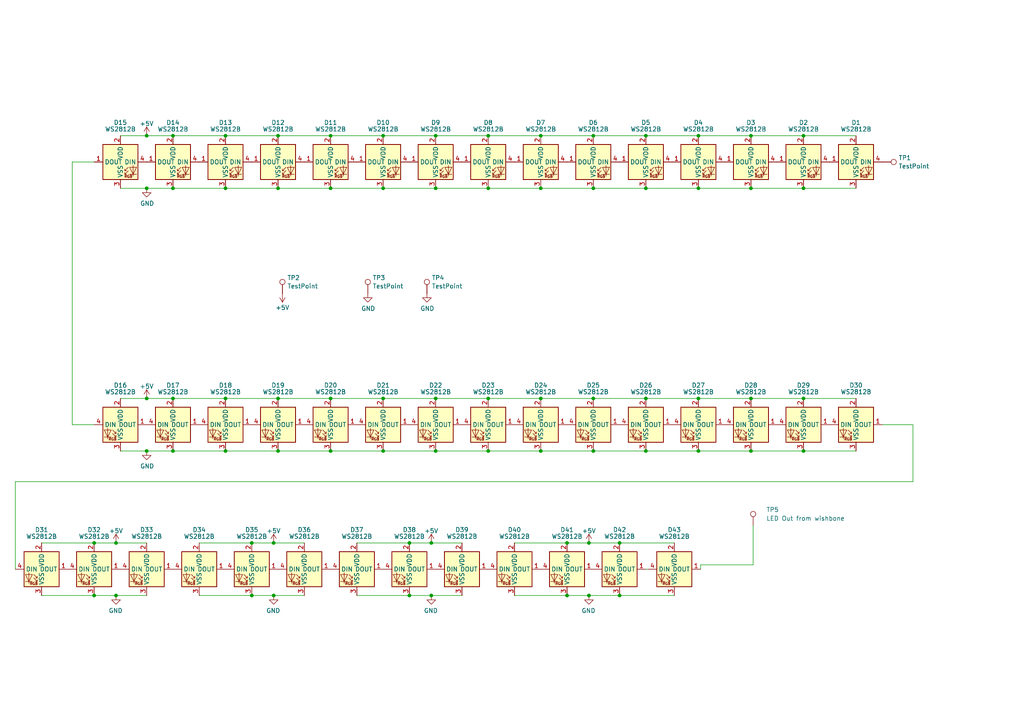
<source format=kicad_sch>
(kicad_sch (version 20231120) (generator "eeschema") (generator_version "8.0")
  (paper "A4")
  (lib_symbols
    (symbol "+5V_1" (power) (pin_numbers hide) (pin_names (offset 0) hide)
      (property "Value" "+5V" (at 0 3.556 0))
      (symbol "+5V_1_1_1"
        (pin power_in line (at 0 0 90) (length 0) (name "~") (number "1"))
      )
    )
    (symbol "Connector:TestPoint" (pin_numbers hide) (pin_names (offset 0.762) hide)
      (property "Reference" "TP" (at 0 6.858 0))
      (property "Value" "TestPoint" (at 0 5.08 0))
      (symbol "TestPoint_1_1"
        (pin passive line (at 0 0 90) (length 2.54) (name "1") (number "1"))
      )
    )
    (symbol "GND_1" (power) (pin_numbers hide) (pin_names (offset 0) hide)
      (property "Value" "GND" (at 0 -3.81 0))
      (symbol "GND_1_1_1"
        (pin power_in line (at 0 0 270) (length 0) (name "~") (number "1"))
      )
    )
    (symbol "xl-1010RGBC_107"
      (property "Reference" "U" (at 0 0 0))
      (symbol "xl-1010RGBC_107_0_0"
        (text "RGB" (at 2.286 -4.191 0) (effects (font (size 0.762 0.762))))
      )
      (symbol "xl-1010RGBC_107_1_1"
        (pin output line (at -7.62 0 0) (length 2.54) (name "DOUT") (number "1"))
        (pin power_in line (at 0 7.62 270) (length 2.54) (name "VDD") (number "2"))
        (pin power_in line (at 0 -7.62 90) (length 2.54) (name "VSS") (number "3"))
        (pin input line (at 7.62 0 180) (length 2.54) (name "DIN") (number "4"))
      )
    )
    (symbol "xl-1010RGBC_108"
      (property "Reference" "U" (at 0 0 0))
      (symbol "xl-1010RGBC_108_0_0"
        (text "RGB" (at 2.286 -4.191 0) (effects (font (size 0.762 0.762))))
      )
      (symbol "xl-1010RGBC_108_1_1"
        (pin output line (at -7.62 0 0) (length 2.54) (name "DOUT") (number "1"))
        (pin power_in line (at 0 7.62 270) (length 2.54) (name "VDD") (number "2"))
        (pin power_in line (at 0 -7.62 90) (length 2.54) (name "VSS") (number "3"))
        (pin input line (at 7.62 0 180) (length 2.54) (name "DIN") (number "4"))
      )
    )
    (symbol "xl-1010RGBC_109"
      (property "Reference" "U" (at 0 0 0))
      (symbol "xl-1010RGBC_109_0_0"
        (text "RGB" (at 2.286 -4.191 0) (effects (font (size 0.762 0.762))))
      )
      (symbol "xl-1010RGBC_109_1_1"
        (pin output line (at -7.62 0 0) (length 2.54) (name "DOUT") (number "1"))
        (pin power_in line (at 0 7.62 270) (length 2.54) (name "VDD") (number "2"))
        (pin power_in line (at 0 -7.62 90) (length 2.54) (name "VSS") (number "3"))
        (pin input line (at 7.62 0 180) (length 2.54) (name "DIN") (number "4"))
      )
    )
    (symbol "xl-1010RGBC_110"
      (property "Reference" "U" (at 0 0 0))
      (symbol "xl-1010RGBC_110_0_0"
        (text "RGB" (at 2.286 -4.191 0) (effects (font (size 0.762 0.762))))
      )
      (symbol "xl-1010RGBC_110_1_1"
        (pin output line (at -7.62 0 0) (length 2.54) (name "DOUT") (number "1"))
        (pin power_in line (at 0 7.62 270) (length 2.54) (name "VDD") (number "2"))
        (pin power_in line (at 0 -7.62 90) (length 2.54) (name "VSS") (number "3"))
        (pin input line (at 7.62 0 180) (length 2.54) (name "DIN") (number "4"))
      )
    )
    (symbol "xl-1010RGBC_111"
      (property "Reference" "U" (at 0 0 0))
      (symbol "xl-1010RGBC_111_0_0"
        (text "RGB" (at 2.286 -4.191 0) (effects (font (size 0.762 0.762))))
      )
      (symbol "xl-1010RGBC_111_1_1"
        (pin output line (at -7.62 0 0) (length 2.54) (name "DOUT") (number "1"))
        (pin power_in line (at 0 7.62 270) (length 2.54) (name "VDD") (number "2"))
        (pin power_in line (at 0 -7.62 90) (length 2.54) (name "VSS") (number "3"))
        (pin input line (at 7.62 0 180) (length 2.54) (name "DIN") (number "4"))
      )
    )
    (symbol "xl-1010RGBC_112"
      (property "Reference" "U" (at 0 0 0))
      (symbol "xl-1010RGBC_112_0_0"
        (text "RGB" (at 2.286 -4.191 0) (effects (font (size 0.762 0.762))))
      )
      (symbol "xl-1010RGBC_112_1_1"
        (pin output line (at -7.62 0 0) (length 2.54) (name "DOUT") (number "1"))
        (pin power_in line (at 0 7.62 270) (length 2.54) (name "VDD") (number "2"))
        (pin power_in line (at 0 -7.62 90) (length 2.54) (name "VSS") (number "3"))
        (pin input line (at 7.62 0 180) (length 2.54) (name "DIN") (number "4"))
      )
    )
    (symbol "xl-1010RGBC_113"
      (property "Reference" "U" (at 0 0 0))
      (symbol "xl-1010RGBC_113_0_0"
        (text "RGB" (at 2.286 -4.191 0) (effects (font (size 0.762 0.762))))
      )
      (symbol "xl-1010RGBC_113_1_1"
        (pin output line (at -7.62 0 0) (length 2.54) (name "DOUT") (number "1"))
        (pin power_in line (at 0 7.62 270) (length 2.54) (name "VDD") (number "2"))
        (pin power_in line (at 0 -7.62 90) (length 2.54) (name "VSS") (number "3"))
        (pin input line (at 7.62 0 180) (length 2.54) (name "DIN") (number "4"))
      )
    )
    (symbol "xl-1010RGBC_114"
      (property "Reference" "U" (at 0 0 0))
      (symbol "xl-1010RGBC_114_0_0"
        (text "RGB" (at 2.286 -4.191 0) (effects (font (size 0.762 0.762))))
      )
      (symbol "xl-1010RGBC_114_1_1"
        (pin output line (at -7.62 0 0) (length 2.54) (name "DOUT") (number "1"))
        (pin power_in line (at 0 7.62 270) (length 2.54) (name "VDD") (number "2"))
        (pin power_in line (at 0 -7.62 90) (length 2.54) (name "VSS") (number "3"))
        (pin input line (at 7.62 0 180) (length 2.54) (name "DIN") (number "4"))
      )
    )
    (symbol "xl-1010RGBC_165"
      (property "Reference" "U" (at 0 0 0))
      (symbol "xl-1010RGBC_165_0_0"
        (text "RGB" (at 2.286 -4.191 0) (effects (font (size 0.762 0.762))))
      )
      (symbol "xl-1010RGBC_165_1_1"
        (pin output line (at -7.62 0 0) (length 2.54) (name "DOUT") (number "1"))
        (pin power_in line (at 0 7.62 270) (length 2.54) (name "VDD") (number "2"))
        (pin power_in line (at 0 -7.62 90) (length 2.54) (name "VSS") (number "3"))
        (pin input line (at 7.62 0 180) (length 2.54) (name "DIN") (number "4"))
      )
    )
    (symbol "xl-1010RGBC_169"
      (property "Reference" "U" (at 0 0 0))
      (symbol "xl-1010RGBC_169_0_0"
        (text "RGB" (at 2.286 -4.191 0) (effects (font (size 0.762 0.762))))
      )
      (symbol "xl-1010RGBC_169_1_1"
        (pin output line (at -7.62 0 0) (length 2.54) (name "DOUT") (number "1"))
        (pin power_in line (at 0 7.62 270) (length 2.54) (name "VDD") (number "2"))
        (pin power_in line (at 0 -7.62 90) (length 2.54) (name "VSS") (number "3"))
        (pin input line (at 7.62 0 180) (length 2.54) (name "DIN") (number "4"))
      )
    )
    (symbol "xl-1010RGBC_183"
      (property "Reference" "U" (at 0 0 0))
      (symbol "xl-1010RGBC_183_0_0"
        (text "RGB" (at 2.286 -4.191 0) (effects (font (size 0.762 0.762))))
      )
      (symbol "xl-1010RGBC_183_1_1"
        (pin output line (at -7.62 0 0) (length 2.54) (name "DOUT") (number "1"))
        (pin power_in line (at 0 7.62 270) (length 2.54) (name "VDD") (number "2"))
        (pin power_in line (at 0 -7.62 90) (length 2.54) (name "VSS") (number "3"))
        (pin input line (at 7.62 0 180) (length 2.54) (name "DIN") (number "4"))
      )
    )
    (symbol "xl-1010RGBC_226"
      (property "Reference" "U" (at 0 0 0))
      (symbol "xl-1010RGBC_226_0_0"
        (text "RGB" (at 2.286 -4.191 0) (effects (font (size 0.762 0.762))))
      )
      (symbol "xl-1010RGBC_226_1_1"
        (pin output line (at -7.62 0 0) (length 2.54) (name "DOUT") (number "1"))
        (pin power_in line (at 0 7.62 270) (length 2.54) (name "VDD") (number "2"))
        (pin power_in line (at 0 -7.62 90) (length 2.54) (name "VSS") (number "3"))
        (pin input line (at 7.62 0 180) (length 2.54) (name "DIN") (number "4"))
      )
    )
    (symbol "xl-1010RGBC_243"
      (property "Reference" "U" (at 0 0 0))
      (symbol "xl-1010RGBC_243_0_0"
        (text "RGB" (at 2.286 -4.191 0) (effects (font (size 0.762 0.762))))
      )
      (symbol "xl-1010RGBC_243_1_1"
        (pin output line (at -7.62 0 0) (length 2.54) (name "DOUT") (number "1"))
        (pin power_in line (at 0 7.62 270) (length 2.54) (name "VDD") (number "2"))
        (pin power_in line (at 0 -7.62 90) (length 2.54) (name "VSS") (number "3"))
        (pin input line (at 7.62 0 180) (length 2.54) (name "DIN") (number "4"))
      )
    )
    (symbol "xl-1010RGBC_295"
      (property "Reference" "U" (at 0 0 0))
      (symbol "xl-1010RGBC_295_0_0"
        (text "RGB" (at 2.286 -4.191 0) (effects (font (size 0.762 0.762))))
      )
      (symbol "xl-1010RGBC_295_1_1"
        (pin output line (at -7.62 0 0) (length 2.54) (name "DOUT") (number "1"))
        (pin power_in line (at 0 7.62 270) (length 2.54) (name "VDD") (number "2"))
        (pin power_in line (at 0 -7.62 90) (length 2.54) (name "VSS") (number "3"))
        (pin input line (at 7.62 0 180) (length 2.54) (name "DIN") (number "4"))
      )
    )
    (symbol "xl-1010RGBC_296"
      (property "Reference" "U" (at 0 0 0))
      (symbol "xl-1010RGBC_296_0_0"
        (text "RGB" (at 2.286 -4.191 0) (effects (font (size 0.762 0.762))))
      )
      (symbol "xl-1010RGBC_296_1_1"
        (pin output line (at -7.62 0 0) (length 2.54) (name "DOUT") (number "1"))
        (pin power_in line (at 0 7.62 270) (length 2.54) (name "VDD") (number "2"))
        (pin power_in line (at 0 -7.62 90) (length 2.54) (name "VSS") (number "3"))
        (pin input line (at 7.62 0 180) (length 2.54) (name "DIN") (number "4"))
      )
    )
    (symbol "xl-1010RGBC_306"
      (property "Reference" "U" (at 0 0 0))
      (symbol "xl-1010RGBC_306_0_0"
        (text "RGB" (at 2.286 -4.191 0) (effects (font (size 0.762 0.762))))
      )
      (symbol "xl-1010RGBC_306_1_1"
        (pin output line (at -7.62 0 0) (length 2.54) (name "DOUT") (number "1"))
        (pin power_in line (at 0 7.62 270) (length 2.54) (name "VDD") (number "2"))
        (pin power_in line (at 0 -7.62 90) (length 2.54) (name "VSS") (number "3"))
        (pin input line (at 7.62 0 180) (length 2.54) (name "DIN") (number "4"))
      )
    )
    (symbol "xl-1010RGBC_311"
      (property "Reference" "U" (at 0 0 0))
      (symbol "xl-1010RGBC_311_0_0"
        (text "RGB" (at 2.286 -4.191 0) (effects (font (size 0.762 0.762))))
      )
      (symbol "xl-1010RGBC_311_1_1"
        (pin output line (at -7.62 0 0) (length 2.54) (name "DOUT") (number "1"))
        (pin power_in line (at 0 7.62 270) (length 2.54) (name "VDD") (number "2"))
        (pin power_in line (at 0 -7.62 90) (length 2.54) (name "VSS") (number "3"))
        (pin input line (at 7.62 0 180) (length 2.54) (name "DIN") (number "4"))
      )
    )
    (symbol "xl-1010RGBC_317"
      (property "Reference" "U" (at 0 0 0))
      (symbol "xl-1010RGBC_317_0_0"
        (text "RGB" (at 2.286 -4.191 0) (effects (font (size 0.762 0.762))))
      )
      (symbol "xl-1010RGBC_317_1_1"
        (pin output line (at -7.62 0 0) (length 2.54) (name "DOUT") (number "1"))
        (pin power_in line (at 0 7.62 270) (length 2.54) (name "VDD") (number "2"))
        (pin power_in line (at 0 -7.62 90) (length 2.54) (name "VSS") (number "3"))
        (pin input line (at 7.62 0 180) (length 2.54) (name "DIN") (number "4"))
      )
    )
    (symbol "xl-1010RGBC_318"
      (property "Reference" "U" (at 0 0 0))
      (symbol "xl-1010RGBC_318_0_0"
        (text "RGB" (at 2.286 -4.191 0) (effects (font (size 0.762 0.762))))
      )
      (symbol "xl-1010RGBC_318_1_1"
        (pin output line (at -7.62 0 0) (length 2.54) (name "DOUT") (number "1"))
        (pin power_in line (at 0 7.62 270) (length 2.54) (name "VDD") (number "2"))
        (pin power_in line (at 0 -7.62 90) (length 2.54) (name "VSS") (number "3"))
        (pin input line (at 7.62 0 180) (length 2.54) (name "DIN") (number "4"))
      )
    )
    (symbol "xl-1010RGBC_323"
      (property "Reference" "U" (at 0 0 0))
      (symbol "xl-1010RGBC_323_0_0"
        (text "RGB" (at 2.286 -4.191 0) (effects (font (size 0.762 0.762))))
      )
      (symbol "xl-1010RGBC_323_1_1"
        (pin output line (at -7.62 0 0) (length 2.54) (name "DOUT") (number "1"))
        (pin power_in line (at 0 7.62 270) (length 2.54) (name "VDD") (number "2"))
        (pin power_in line (at 0 -7.62 90) (length 2.54) (name "VSS") (number "3"))
        (pin input line (at 7.62 0 180) (length 2.54) (name "DIN") (number "4"))
      )
    )
    (symbol "xl-1010RGBC_324"
      (property "Reference" "U" (at 0 0 0))
      (symbol "xl-1010RGBC_324_0_0"
        (text "RGB" (at 2.286 -4.191 0) (effects (font (size 0.762 0.762))))
      )
      (symbol "xl-1010RGBC_324_1_1"
        (pin output line (at -7.62 0 0) (length 2.54) (name "DOUT") (number "1"))
        (pin power_in line (at 0 7.62 270) (length 2.54) (name "VDD") (number "2"))
        (pin power_in line (at 0 -7.62 90) (length 2.54) (name "VSS") (number "3"))
        (pin input line (at 7.62 0 180) (length 2.54) (name "DIN") (number "4"))
      )
    )
    (symbol "xl-1010RGBC_349"
      (property "Reference" "U" (at 0 0 0))
      (symbol "xl-1010RGBC_349_0_0"
        (text "RGB" (at 2.286 -4.191 0) (effects (font (size 0.762 0.762))))
      )
      (symbol "xl-1010RGBC_349_1_1"
        (pin output line (at -7.62 0 0) (length 2.54) (name "DOUT") (number "1"))
        (pin power_in line (at 0 7.62 270) (length 2.54) (name "VDD") (number "2"))
        (pin power_in line (at 0 -7.62 90) (length 2.54) (name "VSS") (number "3"))
        (pin input line (at 7.62 0 180) (length 2.54) (name "DIN") (number "4"))
      )
    )
    (symbol "xl-1010RGBC_390"
      (property "Reference" "U" (at 0 0 0))
      (symbol "xl-1010RGBC_390_0_0"
        (text "RGB" (at 2.286 -4.191 0) (effects (font (size 0.762 0.762))))
      )
      (symbol "xl-1010RGBC_390_1_1"
        (pin output line (at -7.62 0 0) (length 2.54) (name "DOUT") (number "1"))
        (pin power_in line (at 0 7.62 270) (length 2.54) (name "VDD") (number "2"))
        (pin power_in line (at 0 -7.62 90) (length 2.54) (name "VSS") (number "3"))
        (pin input line (at 7.62 0 180) (length 2.54) (name "DIN") (number "4"))
      )
    )
    (symbol "xl-1010RGBC_395"
      (property "Reference" "U" (at 0 0 0))
      (symbol "xl-1010RGBC_395_0_0"
        (text "RGB" (at 2.286 -4.191 0) (effects (font (size 0.762 0.762))))
      )
      (symbol "xl-1010RGBC_395_1_1"
        (pin output line (at -7.62 0 0) (length 2.54) (name "DOUT") (number "1"))
        (pin power_in line (at 0 7.62 270) (length 2.54) (name "VDD") (number "2"))
        (pin power_in line (at 0 -7.62 90) (length 2.54) (name "VSS") (number "3"))
        (pin input line (at 7.62 0 180) (length 2.54) (name "DIN") (number "4"))
      )
    )
    (symbol "xl-1010RGBC_403"
      (property "Reference" "U" (at 0 0 0))
      (symbol "xl-1010RGBC_403_0_0"
        (text "RGB" (at 2.286 -4.191 0) (effects (font (size 0.762 0.762))))
      )
      (symbol "xl-1010RGBC_403_1_1"
        (pin output line (at -7.62 0 0) (length 2.54) (name "DOUT") (number "1"))
        (pin power_in line (at 0 7.62 270) (length 2.54) (name "VDD") (number "2"))
        (pin power_in line (at 0 -7.62 90) (length 2.54) (name "VSS") (number "3"))
        (pin input line (at 7.62 0 180) (length 2.54) (name "DIN") (number "4"))
      )
    )
    (symbol "xl-1010RGBC_426"
      (property "Reference" "U" (at 0 0 0))
      (symbol "xl-1010RGBC_426_0_0"
        (text "RGB" (at 2.286 -4.191 0) (effects (font (size 0.762 0.762))))
      )
      (symbol "xl-1010RGBC_426_1_1"
        (pin output line (at -7.62 0 0) (length 2.54) (name "DOUT") (number "1"))
        (pin power_in line (at 0 7.62 270) (length 2.54) (name "VDD") (number "2"))
        (pin power_in line (at 0 -7.62 90) (length 2.54) (name "VSS") (number "3"))
        (pin input line (at 7.62 0 180) (length 2.54) (name "DIN") (number "4"))
      )
    )
    (symbol "xl-1010RGBC_427"
      (property "Reference" "U" (at 0 0 0))
      (symbol "xl-1010RGBC_427_0_0"
        (text "RGB" (at 2.286 -4.191 0) (effects (font (size 0.762 0.762))))
      )
      (symbol "xl-1010RGBC_427_1_1"
        (pin output line (at -7.62 0 0) (length 2.54) (name "DOUT") (number "1"))
        (pin power_in line (at 0 7.62 270) (length 2.54) (name "VDD") (number "2"))
        (pin power_in line (at 0 -7.62 90) (length 2.54) (name "VSS") (number "3"))
        (pin input line (at 7.62 0 180) (length 2.54) (name "DIN") (number "4"))
      )
    )
    (symbol "xl-1010RGBC_428"
      (property "Reference" "U" (at 0 0 0))
      (symbol "xl-1010RGBC_428_0_0"
        (text "RGB" (at 2.286 -4.191 0) (effects (font (size 0.762 0.762))))
      )
      (symbol "xl-1010RGBC_428_1_1"
        (pin output line (at -7.62 0 0) (length 2.54) (name "DOUT") (number "1"))
        (pin power_in line (at 0 7.62 270) (length 2.54) (name "VDD") (number "2"))
        (pin power_in line (at 0 -7.62 90) (length 2.54) (name "VSS") (number "3"))
        (pin input line (at 7.62 0 180) (length 2.54) (name "DIN") (number "4"))
      )
    )
    (symbol "xl-1010RGBC_429"
      (property "Reference" "U" (at 0 0 0))
      (symbol "xl-1010RGBC_429_0_0"
        (text "RGB" (at 2.286 -4.191 0) (effects (font (size 0.762 0.762))))
      )
      (symbol "xl-1010RGBC_429_1_1"
        (pin output line (at -7.62 0 0) (length 2.54) (name "DOUT") (number "1"))
        (pin power_in line (at 0 7.62 270) (length 2.54) (name "VDD") (number "2"))
        (pin power_in line (at 0 -7.62 90) (length 2.54) (name "VSS") (number "3"))
        (pin input line (at 7.62 0 180) (length 2.54) (name "DIN") (number "4"))
      )
    )
    (symbol "xl-1010RGBC_430"
      (property "Reference" "U" (at 0 0 0))
      (symbol "xl-1010RGBC_430_0_0"
        (text "RGB" (at 2.286 -4.191 0) (effects (font (size 0.762 0.762))))
      )
      (symbol "xl-1010RGBC_430_1_1"
        (pin output line (at -7.62 0 0) (length 2.54) (name "DOUT") (number "1"))
        (pin power_in line (at 0 7.62 270) (length 2.54) (name "VDD") (number "2"))
        (pin power_in line (at 0 -7.62 90) (length 2.54) (name "VSS") (number "3"))
        (pin input line (at 7.62 0 180) (length 2.54) (name "DIN") (number "4"))
      )
    )
    (symbol "xl-1010RGBC_431"
      (property "Reference" "U" (at 0 0 0))
      (symbol "xl-1010RGBC_431_0_0"
        (text "RGB" (at 2.286 -4.191 0) (effects (font (size 0.762 0.762))))
      )
      (symbol "xl-1010RGBC_431_1_1"
        (pin output line (at -7.62 0 0) (length 2.54) (name "DOUT") (number "1"))
        (pin power_in line (at 0 7.62 270) (length 2.54) (name "VDD") (number "2"))
        (pin power_in line (at 0 -7.62 90) (length 2.54) (name "VSS") (number "3"))
        (pin input line (at 7.62 0 180) (length 2.54) (name "DIN") (number "4"))
      )
    )
    (symbol "xl-1010RGBC_432"
      (property "Reference" "U" (at 0 0 0))
      (symbol "xl-1010RGBC_432_0_0"
        (text "RGB" (at 2.286 -4.191 0) (effects (font (size 0.762 0.762))))
      )
      (symbol "xl-1010RGBC_432_1_1"
        (pin output line (at -7.62 0 0) (length 2.54) (name "DOUT") (number "1"))
        (pin power_in line (at 0 7.62 270) (length 2.54) (name "VDD") (number "2"))
        (pin power_in line (at 0 -7.62 90) (length 2.54) (name "VSS") (number "3"))
        (pin input line (at 7.62 0 180) (length 2.54) (name "DIN") (number "4"))
      )
    )
    (symbol "xl-1010RGBC_433"
      (property "Reference" "U" (at 0 0 0))
      (symbol "xl-1010RGBC_433_0_0"
        (text "RGB" (at 2.286 -4.191 0) (effects (font (size 0.762 0.762))))
      )
      (symbol "xl-1010RGBC_433_1_1"
        (pin output line (at -7.62 0 0) (length 2.54) (name "DOUT") (number "1"))
        (pin power_in line (at 0 7.62 270) (length 2.54) (name "VDD") (number "2"))
        (pin power_in line (at 0 -7.62 90) (length 2.54) (name "VSS") (number "3"))
        (pin input line (at 7.62 0 180) (length 2.54) (name "DIN") (number "4"))
      )
    )
  )
  (junction (at 80.645 39.37))
  (junction (at 141.605 115.57))
  (junction (at 172.085 39.37))
  (junction (at 156.845 54.61))
  (junction (at 95.885 39.37))
  (junction (at 126.365 130.81))
  (junction (at 164.465 157.48))
  (junction (at 125.095 172.72))
  (junction (at 111.125 115.57))
  (junction (at 65.405 54.61))
  (junction (at 27.305 157.48))
  (junction (at 118.745 172.72))
  (junction (at 202.565 39.37))
  (junction (at 42.545 39.37))
  (junction (at 65.405 130.81))
  (junction (at 80.645 54.61))
  (junction (at 202.565 115.57))
  (junction (at 95.885 130.81))
  (junction (at 141.605 130.81))
  (junction (at 65.405 115.57))
  (junction (at 42.545 115.57))
  (junction (at 73.025 172.72))
  (junction (at 141.605 39.37))
  (junction (at 33.655 157.48))
  (junction (at 80.645 130.81))
  (junction (at 156.845 130.81))
  (junction (at 125.095 157.48))
  (junction (at 50.165 39.37))
  (junction (at 179.705 172.72))
  (junction (at 80.645 115.57))
  (junction (at 187.325 130.81))
  (junction (at 79.375 172.72))
  (junction (at 187.325 39.37))
  (junction (at 42.545 130.81))
  (junction (at 172.085 54.61))
  (junction (at 65.405 39.37))
  (junction (at 27.305 172.72))
  (junction (at 95.885 115.57))
  (junction (at 202.565 130.81))
  (junction (at 170.815 172.72))
  (junction (at 217.805 39.37))
  (junction (at 217.805 54.61))
  (junction (at 187.325 54.61))
  (junction (at 50.165 54.61))
  (junction (at 111.125 54.61))
  (junction (at 233.045 54.61))
  (junction (at 179.705 157.48))
  (junction (at 73.025 157.48))
  (junction (at 170.815 157.48))
  (junction (at 233.045 39.37))
  (junction (at 233.045 130.81))
  (junction (at 50.165 115.57))
  (junction (at 217.805 130.81))
  (junction (at 50.165 130.81))
  (junction (at 111.125 130.81))
  (junction (at 172.085 130.81))
  (junction (at 42.545 54.61))
  (junction (at 187.325 115.57))
  (junction (at 156.845 115.57))
  (junction (at 202.565 54.61))
  (junction (at 164.465 172.72))
  (junction (at 126.365 39.37))
  (junction (at 156.845 39.37))
  (junction (at 126.365 115.57))
  (junction (at 118.745 157.48))
  (junction (at 217.805 115.57))
  (junction (at 141.605 54.61))
  (junction (at 126.365 54.61))
  (junction (at 95.885 54.61))
  (junction (at 111.125 39.37))
  (junction (at 233.045 115.57))
  (junction (at 79.375 157.48))
  (junction (at 33.655 172.72))
  (junction (at 172.085 115.57))
  (wire (pts (xy 111.125 39.37) (xy 126.365 39.37)))
  (wire (pts (xy 264.795 123.19) (xy 264.795 139.7)))
  (wire (pts (xy 50.165 115.57) (xy 65.405 115.57)))
  (wire (pts (xy 80.645 54.61) (xy 95.885 54.61)))
  (wire (pts (xy 202.565 115.57) (xy 217.805 115.57)))
  (wire (pts (xy 65.405 39.37) (xy 80.645 39.37)))
  (wire (pts (xy 27.305 172.72) (xy 12.065 172.72)))
  (wire (pts (xy 34.925 115.57) (xy 42.545 115.57)))
  (wire (pts (xy 88.265 172.72) (xy 79.375 172.72)))
  (wire (pts (xy 33.655 157.48) (xy 27.305 157.48)))
  (wire (pts (xy 141.605 130.81) (xy 156.845 130.81)))
  (wire (pts (xy 4.445 139.7) (xy 4.445 165.1)))
  (wire (pts (xy 170.815 172.72) (xy 164.465 172.72)))
  (wire (pts (xy 233.045 130.81) (xy 248.285 130.81)))
  (wire (pts (xy 27.305 46.99) (xy 20.955 46.99)))
  (wire (pts (xy 95.885 39.37) (xy 111.125 39.37)))
  (wire (pts (xy 33.655 172.72) (xy 27.305 172.72)))
  (wire (pts (xy 179.705 172.085) (xy 179.705 172.72)))
  (wire (pts (xy 79.375 157.48) (xy 73.025 157.48)))
  (wire (pts (xy 80.645 115.57) (xy 95.885 115.57)))
  (wire (pts (xy 218.44 163.83) (xy 203.2 163.83)))
  (wire (pts (xy 80.645 39.37) (xy 95.885 39.37)))
  (wire (pts (xy 164.465 172.72) (xy 149.225 172.72)))
  (wire (pts (xy 217.805 39.37) (xy 233.045 39.37)))
  (wire (pts (xy 126.365 54.61) (xy 141.605 54.61)))
  (wire (pts (xy 187.325 130.81) (xy 202.565 130.81)))
  (wire (pts (xy 73.025 172.72) (xy 57.785 172.72)))
  (wire (pts (xy 218.44 152.4) (xy 218.44 163.83)))
  (wire (pts (xy 217.805 54.61) (xy 233.045 54.61)))
  (wire (pts (xy 42.545 54.61) (xy 50.165 54.61)))
  (wire (pts (xy 79.375 172.72) (xy 73.025 172.72)))
  (wire (pts (xy 65.405 115.57) (xy 80.645 115.57)))
  (wire (pts (xy 233.045 39.37) (xy 248.285 39.37)))
  (wire (pts (xy 179.705 157.48) (xy 170.815 157.48)))
  (wire (pts (xy 156.845 39.37) (xy 172.085 39.37)))
  (wire (pts (xy 202.565 39.37) (xy 217.805 39.37)))
  (wire (pts (xy 27.305 157.48) (xy 12.065 157.48)))
  (wire (pts (xy 125.095 157.48) (xy 118.745 157.48)))
  (wire (pts (xy 34.925 130.81) (xy 42.545 130.81)))
  (wire (pts (xy 20.955 123.19) (xy 27.305 123.19)))
  (wire (pts (xy 172.085 130.81) (xy 187.325 130.81)))
  (wire (pts (xy 42.545 130.81) (xy 50.165 130.81)))
  (wire (pts (xy 125.095 172.72) (xy 118.745 172.72)))
  (wire (pts (xy 170.815 157.48) (xy 164.465 157.48)))
  (wire (pts (xy 164.465 157.48) (xy 149.225 157.48)))
  (wire (pts (xy 111.125 130.81) (xy 126.365 130.81)))
  (wire (pts (xy 34.925 54.61) (xy 42.545 54.61)))
  (wire (pts (xy 65.405 54.61) (xy 80.645 54.61)))
  (wire (pts (xy 118.745 157.48) (xy 103.505 157.48)))
  (wire (pts (xy 187.325 165.1) (xy 187.96 165.1)))
  (wire (pts (xy 172.085 39.37) (xy 187.325 39.37)))
  (wire (pts (xy 233.045 54.61) (xy 248.285 54.61)))
  (wire (pts (xy 255.905 123.19) (xy 264.795 123.19)))
  (wire (pts (xy 217.805 130.81) (xy 233.045 130.81)))
  (wire (pts (xy 126.365 115.57) (xy 141.605 115.57)))
  (wire (pts (xy 42.545 157.48) (xy 33.655 157.48)))
  (wire (pts (xy 195.58 172.72) (xy 179.705 172.72)))
  (wire (pts (xy 141.605 54.61) (xy 156.845 54.61)))
  (wire (pts (xy 126.365 39.37) (xy 141.605 39.37)))
  (wire (pts (xy 34.925 39.37) (xy 42.545 39.37)))
  (wire (pts (xy 4.445 139.7) (xy 264.795 139.7)))
  (wire (pts (xy 156.845 115.57) (xy 172.085 115.57)))
  (wire (pts (xy 133.985 172.72) (xy 125.095 172.72)))
  (wire (pts (xy 73.025 157.48) (xy 57.785 157.48)))
  (wire (pts (xy 50.165 39.37) (xy 65.405 39.37)))
  (wire (pts (xy 42.545 39.37) (xy 50.165 39.37)))
  (wire (pts (xy 80.645 130.81) (xy 95.885 130.81)))
  (wire (pts (xy 156.845 54.61) (xy 172.085 54.61)))
  (wire (pts (xy 187.325 54.61) (xy 202.565 54.61)))
  (wire (pts (xy 95.885 130.81) (xy 111.125 130.81)))
  (wire (pts (xy 95.885 54.61) (xy 111.125 54.61)))
  (wire (pts (xy 203.2 163.83) (xy 203.2 165.1)))
  (wire (pts (xy 141.605 39.37) (xy 156.845 39.37)))
  (wire (pts (xy 118.745 172.72) (xy 103.505 172.72)))
  (wire (pts (xy 111.125 115.57) (xy 126.365 115.57)))
  (wire (pts (xy 172.085 54.61) (xy 187.325 54.61)))
  (wire (pts (xy 217.805 115.57) (xy 233.045 115.57)))
  (wire (pts (xy 65.405 130.81) (xy 80.645 130.81)))
  (wire (pts (xy 88.265 157.48) (xy 79.375 157.48)))
  (wire (pts (xy 172.085 115.57) (xy 187.325 115.57)))
  (wire (pts (xy 156.845 130.81) (xy 172.085 130.81)))
  (wire (pts (xy 233.045 115.57) (xy 248.285 115.57)))
  (wire (pts (xy 95.885 115.57) (xy 111.125 115.57)))
  (wire (pts (xy 50.165 130.81) (xy 65.405 130.81)))
  (wire (pts (xy 133.985 157.48) (xy 125.095 157.48)))
  (wire (pts (xy 126.365 130.81) (xy 141.605 130.81)))
  (wire (pts (xy 42.545 115.57) (xy 50.165 115.57)))
  (wire (pts (xy 141.605 115.57) (xy 156.845 115.57)))
  (wire (pts (xy 20.955 46.99) (xy 20.955 123.19)))
  (wire (pts (xy 202.565 54.61) (xy 217.805 54.61)))
  (wire (pts (xy 187.325 115.57) (xy 202.565 115.57)))
  (wire (pts (xy 111.125 54.61) (xy 126.365 54.61)))
  (wire (pts (xy 42.545 172.72) (xy 33.655 172.72)))
  (wire (pts (xy 179.705 172.72) (xy 170.815 172.72)))
  (wire (pts (xy 202.565 130.81) (xy 217.805 130.81)))
  (wire (pts (xy 50.165 54.61) (xy 65.405 54.61)))
  (wire (pts (xy 187.325 39.37) (xy 202.565 39.37)))
  (wire (pts (xy 179.705 157.48) (xy 195.58 157.48)))
  (symbol (lib_name "xl-1010RGBC_433") (lib_id "JumperlessSymbols:xl-1010RGBC") (at 57.785 165.1 0) (mirror y) (unit 1)
    (property "Reference" "D34" (at 57.785 153.67 0))
    (property "Value" "WS2812B" (at 57.785 155.591 0))
    (property "Footprint" "JumperlessFootprints:XL-1010RGBC-WS2812B" (effects (hide yes)))
    (property "Datasheet" "https://cdn-shop.adafruit.com/datasheets/WS2812B.pdf" (effects (hide yes)))
  )
  (symbol (lib_name "xl-1010RGBC_110") (lib_id "JumperlessSymbols:xl-1010RGBC") (at 65.405 46.99 0) (unit 1)
    (property "Reference" "D13" (at 65.405 35.56 0))
    (property "Value" "WS2812B" (at 65.405 37.481 0))
    (property "Footprint" "JumperlessFootprints:XL-1010RGBC-WS2812B" (effects (hide yes)))
    (property "Datasheet" "https://cdn-shop.adafruit.com/datasheets/WS2812B.pdf" (effects (hide yes)))
  )
  (symbol (lib_name "xl-1010RGBC_430") (lib_id "JumperlessSymbols:xl-1010RGBC") (at 202.565 46.99 0) (unit 1)
    (property "Reference" "D4" (at 202.565 35.56 0))
    (property "Value" "WS2812B" (at 202.565 37.481 0))
    (property "Footprint" "JumperlessFootprints:XL-1010RGBC-WS2812B" (effects (hide yes)))
    (property "Datasheet" "https://cdn-shop.adafruit.com/datasheets/WS2812B.pdf" (effects (hide yes)))
  )
  (symbol (lib_name "GND_1") (lib_id "power:GND") (at 106.68 85.09 0) (unit 1)
    (property "Reference" "#PWR017" (effects (hide yes)))
    (property "Value" "GND" (at 106.807 89.4842 0))
    (property "Description" "Power symbol creates a global label with name \"GND\" , ground" (effects (hide yes)))
  )
  (symbol (lib_name "xl-1010RGBC_433") (lib_id "JumperlessSymbols:xl-1010RGBC") (at 12.065 165.1 0) (mirror y) (unit 1)
    (property "Reference" "D31" (at 12.065 153.67 0))
    (property "Value" "WS2812B" (at 12.065 155.591 0))
    (property "Footprint" "JumperlessFootprints:XL-1010RGBC-WS2812B" (effects (hide yes)))
    (property "Datasheet" "https://cdn-shop.adafruit.com/datasheets/WS2812B.pdf" (effects (hide yes)))
  )
  (symbol (lib_name "xl-1010RGBC_318") (lib_id "JumperlessSymbols:xl-1010RGBC") (at 65.405 123.19 0) (mirror y) (unit 1)
    (property "Reference" "D18" (at 65.405 111.76 0))
    (property "Value" "WS2812B" (at 65.405 113.681 0))
    (property "Footprint" "JumperlessFootprints:XL-1010RGBC-WS2812B" (effects (hide yes)))
    (property "Datasheet" "https://cdn-shop.adafruit.com/datasheets/WS2812B.pdf" (effects (hide yes)))
  )
  (symbol (lib_name "xl-1010RGBC_306") (lib_id "JumperlessSymbols:xl-1010RGBC") (at 111.125 123.19 0) (mirror y) (unit 1)
    (property "Reference" "D21" (at 111.125 111.76 0))
    (property "Value" "WS2812B" (at 111.125 113.681 0))
    (property "Footprint" "JumperlessFootprints:XL-1010RGBC-WS2812B" (effects (hide yes)))
    (property "Datasheet" "https://cdn-shop.adafruit.com/datasheets/WS2812B.pdf" (effects (hide yes)))
  )
  (symbol (lib_name "GND_1") (lib_id "power:GND") (at 79.375 172.72 0) (mirror y) (unit 1)
    (property "Reference" "#PWR08" (effects (hide yes)))
    (property "Value" "GND" (at 79.248 177.1142 0))
    (property "Description" "Power symbol creates a global label with name \"GND\" , ground" (effects (hide yes)))
  )
  (symbol (lib_id "Connector:TestPoint") (at 81.915 85.09 0) (unit 1)
    (property "Reference" "TP2" (at 83.312 80.5758 0) (effects (justify left)))
    (property "Value" "TestPoint" (at 83.312 83.0001 0) (effects (justify left)))
    (property "Footprint" "JumperlessFootprints:PINHEADER-1x1_vertical" (effects (hide yes)))
    (property "Description" "test point" (effects (hide yes)))
  )
  (symbol (lib_name "xl-1010RGBC_243") (lib_id "JumperlessSymbols:xl-1010RGBC") (at 34.925 123.19 0) (mirror y) (unit 1)
    (property "Reference" "D16" (at 34.925 111.76 0))
    (property "Value" "WS2812B" (at 34.925 113.681 0))
    (property "Footprint" "JumperlessFootprints:XL-1010RGBC-WS2812B" (effects (hide yes)))
    (property "Datasheet" "https://cdn-shop.adafruit.com/datasheets/WS2812B.pdf" (effects (hide yes)))
  )
  (symbol (lib_name "xl-1010RGBC_427") (lib_id "JumperlessSymbols:xl-1010RGBC") (at 111.125 46.99 0) (unit 1)
    (property "Reference" "D10" (at 111.125 35.544 0))
    (property "Value" "WS2812B" (at 111.125 37.465 0))
    (property "Footprint" "JumperlessFootprints:XL-1010RGBC-WS2812B" (effects (hide yes)))
    (property "Datasheet" "https://cdn-shop.adafruit.com/datasheets/WS2812B.pdf" (effects (hide yes)))
  )
  (symbol (lib_name "xl-1010RGBC_165") (lib_id "JumperlessSymbols:xl-1010RGBC") (at 50.165 123.19 0) (mirror y) (unit 1)
    (property "Reference" "D17" (at 50.165 111.76 0))
    (property "Value" "WS2812B" (at 50.165 113.681 0))
    (property "Footprint" "JumperlessFootprints:XL-1010RGBC-WS2812B" (effects (hide yes)))
    (property "Datasheet" "https://cdn-shop.adafruit.com/datasheets/WS2812B.pdf" (effects (hide yes)))
  )
  (symbol (lib_name "GND_1") (lib_id "power:GND") (at 125.095 172.72 0) (mirror y) (unit 1)
    (property "Reference" "#PWR011" (effects (hide yes)))
    (property "Value" "GND" (at 124.968 177.1142 0))
    (property "Description" "Power symbol creates a global label with name \"GND\" , ground" (effects (hide yes)))
  )
  (symbol (lib_name "xl-1010RGBC_432") (lib_id "JumperlessSymbols:xl-1010RGBC") (at 179.705 165.1 0) (mirror y) (unit 1)
    (property "Reference" "D42" (at 179.705 153.654 0))
    (property "Value" "WS2812B" (at 179.705 155.575 0))
    (property "Footprint" "JumperlessFootprints:XL-1010RGBC-WS2812B" (effects (hide yes)))
    (property "Datasheet" "https://cdn-shop.adafruit.com/datasheets/WS2812B.pdf" (effects (hide yes)))
  )
  (symbol (lib_name "xl-1010RGBC_113") (lib_id "JumperlessSymbols:xl-1010RGBC") (at 95.885 46.99 0) (unit 1)
    (property "Reference" "D11" (at 95.885 35.56 0))
    (property "Value" "WS2812B" (at 95.885 37.481 0))
    (property "Footprint" "JumperlessFootprints:XL-1010RGBC-WS2812B" (effects (hide yes)))
    (property "Datasheet" "https://cdn-shop.adafruit.com/datasheets/WS2812B.pdf" (effects (hide yes)))
  )
  (symbol (lib_name "xl-1010RGBC_295") (lib_id "JumperlessSymbols:xl-1010RGBC") (at 126.365 46.99 0) (unit 1)
    (property "Reference" "D9" (at 126.365 35.56 0))
    (property "Value" "WS2812B" (at 126.365 37.481 0))
    (property "Footprint" "JumperlessFootprints:XL-1010RGBC-WS2812B" (effects (hide yes)))
    (property "Datasheet" "https://cdn-shop.adafruit.com/datasheets/WS2812B.pdf" (effects (hide yes)))
  )
  (symbol (lib_name "GND_1") (lib_id "power:GND") (at 42.545 54.61 0) (unit 1)
    (property "Reference" "#PWR02" (effects (hide yes)))
    (property "Value" "GND" (at 42.672 59.0042 0))
    (property "Description" "Power symbol creates a global label with name \"GND\" , ground" (effects (hide yes)))
  )
  (symbol (lib_name "xl-1010RGBC_431") (lib_id "JumperlessSymbols:xl-1010RGBC") (at 118.745 165.1 0) (mirror y) (unit 1)
    (property "Reference" "D38" (at 118.745 153.67 0))
    (property "Value" "WS2812B" (at 118.745 155.591 0))
    (property "Footprint" "JumperlessFootprints:XL-1010RGBC-WS2812B" (effects (hide yes)))
    (property "Datasheet" "https://cdn-shop.adafruit.com/datasheets/WS2812B.pdf" (effects (hide yes)))
  )
  (symbol (lib_name "xl-1010RGBC_311") (lib_id "JumperlessSymbols:xl-1010RGBC") (at 95.885 123.19 0) (mirror y) (unit 1)
    (property "Reference" "D20" (at 95.885 111.744 0))
    (property "Value" "WS2812B" (at 95.885 113.665 0))
    (property "Footprint" "JumperlessFootprints:XL-1010RGBC-WS2812B" (effects (hide yes)))
    (property "Datasheet" "https://cdn-shop.adafruit.com/datasheets/WS2812B.pdf" (effects (hide yes)))
  )
  (symbol (lib_name "xl-1010RGBC_114") (lib_id "JumperlessSymbols:xl-1010RGBC") (at 248.285 46.99 0) (unit 1)
    (property "Reference" "D1" (at 248.285 35.56 0))
    (property "Value" "WS2812B" (at 248.285 37.481 0))
    (property "Footprint" "JumperlessFootprints:XL-1010RGBC-WS2812B" (effects (hide yes)))
    (property "Datasheet" "https://cdn-shop.adafruit.com/datasheets/WS2812B.pdf" (effects (hide yes)))
  )
  (symbol (lib_name "xl-1010RGBC_433") (lib_id "JumperlessSymbols:xl-1010RGBC") (at 149.225 165.1 0) (mirror y) (unit 1)
    (property "Reference" "D40" (at 149.225 153.67 0))
    (property "Value" "WS2812B" (at 149.225 155.591 0))
    (property "Footprint" "JumperlessFootprints:XL-1010RGBC-WS2812B" (effects (hide yes)))
    (property "Datasheet" "https://cdn-shop.adafruit.com/datasheets/WS2812B.pdf" (effects (hide yes)))
  )
  (symbol (lib_name "+5V_1") (lib_id "power:+5V") (at 33.655 157.48 0) (mirror y) (unit 1)
    (property "Reference" "#PWR03" (effects (hide yes)))
    (property "Value" "+5V" (at 33.655 153.9781 0))
    (property "Description" "Power symbol creates a global label with name \"+5V\"" (effects (hide yes)))
  )
  (symbol (lib_name "xl-1010RGBC_226") (lib_id "JumperlessSymbols:xl-1010RGBC") (at 126.365 123.19 0) (mirror y) (unit 1)
    (property "Reference" "D22" (at 126.365 111.76 0))
    (property "Value" "WS2812B" (at 126.365 113.681 0))
    (property "Footprint" "JumperlessFootprints:XL-1010RGBC-WS2812B" (effects (hide yes)))
    (property "Datasheet" "https://cdn-shop.adafruit.com/datasheets/WS2812B.pdf" (effects (hide yes)))
  )
  (symbol (lib_name "+5V_1") (lib_id "power:+5V") (at 81.915 85.09 0) (mirror x) (unit 1)
    (property "Reference" "#PWR019" (effects (hide yes)))
    (property "Value" "+5V" (at 81.915 89.2231 0))
    (property "Description" "Power symbol creates a global label with name \"+5V\"" (effects (hide yes)))
  )
  (symbol (lib_name "xl-1010RGBC_108") (lib_id "JumperlessSymbols:xl-1010RGBC") (at 156.845 46.99 0) (unit 1)
    (property "Reference" "D7" (at 156.845 35.56 0))
    (property "Value" "WS2812B" (at 156.845 37.481 0))
    (property "Footprint" "JumperlessFootprints:XL-1010RGBC-WS2812B" (effects (hide yes)))
    (property "Datasheet" "https://cdn-shop.adafruit.com/datasheets/WS2812B.pdf" (effects (hide yes)))
  )
  (symbol (lib_name "xl-1010RGBC_433") (lib_id "JumperlessSymbols:xl-1010RGBC") (at 103.505 165.1 0) (mirror y) (unit 1)
    (property "Reference" "D37" (at 103.505 153.67 0))
    (property "Value" "WS2812B" (at 103.505 155.591 0))
    (property "Footprint" "JumperlessFootprints:XL-1010RGBC-WS2812B" (effects (hide yes)))
    (property "Datasheet" "https://cdn-shop.adafruit.com/datasheets/WS2812B.pdf" (effects (hide yes)))
  )
  (symbol (lib_name "xl-1010RGBC_109") (lib_id "JumperlessSymbols:xl-1010RGBC") (at 233.045 46.99 0) (unit 1)
    (property "Reference" "D2" (at 233.045 35.56 0))
    (property "Value" "WS2812B" (at 233.045 37.481 0))
    (property "Footprint" "JumperlessFootprints:XL-1010RGBC-WS2812B" (effects (hide yes)))
    (property "Datasheet" "https://cdn-shop.adafruit.com/datasheets/WS2812B.pdf" (effects (hide yes)))
  )
  (symbol (lib_name "xl-1010RGBC_429") (lib_id "JumperlessSymbols:xl-1010RGBC") (at 141.605 46.99 0) (unit 1)
    (property "Reference" "D8" (at 141.605 35.56 0))
    (property "Value" "WS2812B" (at 141.605 37.481 0))
    (property "Footprint" "JumperlessFootprints:XL-1010RGBC-WS2812B" (effects (hide yes)))
    (property "Datasheet" "https://cdn-shop.adafruit.com/datasheets/WS2812B.pdf" (effects (hide yes)))
  )
  (symbol (lib_name "GND_1") (lib_id "power:GND") (at 123.825 85.09 0) (unit 1)
    (property "Reference" "#PWR018" (effects (hide yes)))
    (property "Value" "GND" (at 123.952 89.4842 0))
    (property "Description" "Power symbol creates a global label with name \"GND\" , ground" (effects (hide yes)))
  )
  (symbol (lib_name "xl-1010RGBC_426") (lib_id "JumperlessSymbols:xl-1010RGBC") (at 217.805 46.99 0) (unit 1)
    (property "Reference" "D3" (at 217.805 35.56 0))
    (property "Value" "WS2812B" (at 217.805 37.481 0))
    (property "Footprint" "JumperlessFootprints:XL-1010RGBC-WS2812B" (effects (hide yes)))
    (property "Datasheet" "https://cdn-shop.adafruit.com/datasheets/WS2812B.pdf" (effects (hide yes)))
  )
  (symbol (lib_name "xl-1010RGBC_111") (lib_id "JumperlessSymbols:xl-1010RGBC") (at 172.085 46.99 0) (unit 1)
    (property "Reference" "D6" (at 172.085 35.56 0))
    (property "Value" "WS2812B" (at 172.085 37.481 0))
    (property "Footprint" "JumperlessFootprints:XL-1010RGBC-WS2812B" (effects (hide yes)))
    (property "Datasheet" "https://cdn-shop.adafruit.com/datasheets/WS2812B.pdf" (effects (hide yes)))
  )
  (symbol (lib_name "xl-1010RGBC_432") (lib_id "JumperlessSymbols:xl-1010RGBC") (at 133.985 165.1 0) (mirror y) (unit 1)
    (property "Reference" "D39" (at 133.985 153.654 0))
    (property "Value" "WS2812B" (at 133.985 155.575 0))
    (property "Footprint" "JumperlessFootprints:XL-1010RGBC-WS2812B" (effects (hide yes)))
    (property "Datasheet" "https://cdn-shop.adafruit.com/datasheets/WS2812B.pdf" (effects (hide yes)))
  )
  (symbol (lib_name "+5V_1") (lib_id "power:+5V") (at 42.545 115.57 0) (unit 1)
    (property "Reference" "#PWR05" (effects (hide yes)))
    (property "Value" "+5V" (at 42.545 112.0681 0))
    (property "Description" "Power symbol creates a global label with name \"+5V\"" (effects (hide yes)))
  )
  (symbol (lib_id "Connector:TestPoint") (at 255.905 46.99 270) (unit 1)
    (property "Reference" "TP1" (at 260.604 45.7778 90) (effects (justify left)))
    (property "Value" "TestPoint" (at 260.604 48.2021 90) (effects (justify left)))
    (property "Footprint" "JumperlessFootprints:PINHEADER-1x1_vertical" (effects (hide yes)))
    (property "Description" "test point" (effects (hide yes)))
  )
  (symbol (lib_name "xl-1010RGBC_296") (lib_id "JumperlessSymbols:xl-1010RGBC") (at 34.925 46.99 0) (unit 1)
    (property "Reference" "D15" (at 34.925 35.544 0))
    (property "Value" "WS2812B" (at 34.925 37.465 0))
    (property "Footprint" "JumperlessFootprints:XL-1010RGBC-WS2812B" (effects (hide yes)))
    (property "Datasheet" "https://cdn-shop.adafruit.com/datasheets/WS2812B.pdf" (effects (hide yes)))
  )
  (symbol (lib_name "+5V_1") (lib_id "power:+5V") (at 42.545 39.37 0) (unit 1)
    (property "Reference" "#PWR01" (effects (hide yes)))
    (property "Value" "+5V" (at 42.545 35.8681 0))
    (property "Description" "Power symbol creates a global label with name \"+5V\"" (effects (hide yes)))
  )
  (symbol (lib_name "+5V_1") (lib_id "power:+5V") (at 170.815 157.48 0) (mirror y) (unit 1)
    (property "Reference" "#PWR010" (effects (hide yes)))
    (property "Value" "+5V" (at 170.815 153.9781 0))
    (property "Description" "Power symbol creates a global label with name \"+5V\"" (effects (hide yes)))
  )
  (symbol (lib_name "xl-1010RGBC_433") (lib_id "JumperlessSymbols:xl-1010RGBC") (at 195.58 165.1 0) (mirror y) (unit 1)
    (property "Reference" "D43" (at 195.58 153.67 0))
    (property "Value" "WS2812B" (at 195.58 155.591 0))
    (property "Footprint" "JumperlessFootprints:XL-1010RGBC-WS2812B" (effects (hide yes)))
    (property "Datasheet" "https://cdn-shop.adafruit.com/datasheets/WS2812B.pdf" (effects (hide yes)))
  )
  (symbol (lib_name "GND_1") (lib_id "power:GND") (at 42.545 130.81 0) (unit 1)
    (property "Reference" "#PWR06" (effects (hide yes)))
    (property "Value" "GND" (at 42.672 135.2042 0))
    (property "Description" "Power symbol creates a global label with name \"GND\" , ground" (effects (hide yes)))
  )
  (symbol (lib_name "xl-1010RGBC_107") (lib_id "JumperlessSymbols:xl-1010RGBC") (at 50.165 46.99 0) (unit 1)
    (property "Reference" "D14" (at 50.165 35.56 0))
    (property "Value" "WS2812B" (at 50.165 37.481 0))
    (property "Footprint" "JumperlessFootprints:XL-1010RGBC-WS2812B" (effects (hide yes)))
    (property "Datasheet" "https://cdn-shop.adafruit.com/datasheets/WS2812B.pdf" (effects (hide yes)))
  )
  (symbol (lib_name "xl-1010RGBC_431") (lib_id "JumperlessSymbols:xl-1010RGBC") (at 164.465 165.1 0) (mirror y) (unit 1)
    (property "Reference" "D41" (at 164.465 153.67 0))
    (property "Value" "WS2812B" (at 164.465 155.591 0))
    (property "Footprint" "JumperlessFootprints:XL-1010RGBC-WS2812B" (effects (hide yes)))
    (property "Datasheet" "https://cdn-shop.adafruit.com/datasheets/WS2812B.pdf" (effects (hide yes)))
  )
  (symbol (lib_name "xl-1010RGBC_403") (lib_id "JumperlessSymbols:xl-1010RGBC") (at 80.645 123.19 0) (mirror y) (unit 1)
    (property "Reference" "D19" (at 80.645 111.76 0))
    (property "Value" "WS2812B" (at 80.645 113.681 0))
    (property "Footprint" "JumperlessFootprints:XL-1010RGBC-WS2812B" (effects (hide yes)))
    (property "Datasheet" "https://cdn-shop.adafruit.com/datasheets/WS2812B.pdf" (effects (hide yes)))
  )
  (symbol (lib_name "+5V_1") (lib_id "power:+5V") (at 79.375 157.48 0) (mirror y) (unit 1)
    (property "Reference" "#PWR07" (effects (hide yes)))
    (property "Value" "+5V" (at 79.375 153.9781 0))
    (property "Description" "Power symbol creates a global label with name \"+5V\"" (effects (hide yes)))
  )
  (symbol (lib_name "GND_1") (lib_id "power:GND") (at 33.655 172.72 0) (mirror y) (unit 1)
    (property "Reference" "#PWR04" (effects (hide yes)))
    (property "Value" "GND" (at 33.528 177.1142 0))
    (property "Description" "Power symbol creates a global label with name \"GND\" , ground" (effects (hide yes)))
  )
  (symbol (lib_name "xl-1010RGBC_183") (lib_id "JumperlessSymbols:xl-1010RGBC") (at 233.045 123.19 0) (mirror y) (unit 1)
    (property "Reference" "D29" (at 233.045 111.76 0))
    (property "Value" "WS2812B" (at 233.045 113.681 0))
    (property "Footprint" "JumperlessFootprints:XL-1010RGBC-WS2812B" (effects (hide yes)))
    (property "Datasheet" "https://cdn-shop.adafruit.com/datasheets/WS2812B.pdf" (effects (hide yes)))
  )
  (symbol (lib_name "xl-1010RGBC_323") (lib_id "JumperlessSymbols:xl-1010RGBC") (at 156.845 123.19 0) (mirror y) (unit 1)
    (property "Reference" "D24" (at 156.845 111.76 0))
    (property "Value" "WS2812B" (at 156.845 113.681 0))
    (property "Footprint" "JumperlessFootprints:XL-1010RGBC-WS2812B" (effects (hide yes)))
    (property "Datasheet" "https://cdn-shop.adafruit.com/datasheets/WS2812B.pdf" (effects (hide yes)))
  )
  (symbol (lib_id "Connector:TestPoint") (at 123.825 85.09 0) (unit 1)
    (property "Reference" "TP4" (at 125.222 80.5758 0) (effects (justify left)))
    (property "Value" "TestPoint" (at 125.222 83.0001 0) (effects (justify left)))
    (property "Footprint" "JumperlessFootprints:PINHEADER-1x1_vertical" (effects (hide yes)))
    (property "Description" "test point" (effects (hide yes)))
  )
  (symbol (lib_name "xl-1010RGBC_432") (lib_id "JumperlessSymbols:xl-1010RGBC") (at 42.545 165.1 0) (mirror y) (unit 1)
    (property "Reference" "D33" (at 42.545 153.654 0))
    (property "Value" "WS2812B" (at 42.545 155.575 0))
    (property "Footprint" "JumperlessFootprints:XL-1010RGBC-WS2812B" (effects (hide yes)))
    (property "Datasheet" "https://cdn-shop.adafruit.com/datasheets/WS2812B.pdf" (effects (hide yes)))
  )
  (symbol (lib_id "Connector:TestPoint") (at 218.44 152.4 0) (unit 1)
    (property "Reference" "TP5" (at 222.25 147.8279 0) (effects (justify left)))
    (property "Value" "LED Out from wishbone" (at 222.25 150.3679 0) (effects (justify left)))
    (property "Footprint" "JumperlessFootprints:PINHEADER-1x1_vertical" (effects (hide yes)))
    (property "Description" "test point" (effects (hide yes)))
  )
  (symbol (lib_name "xl-1010RGBC_390") (lib_id "JumperlessSymbols:xl-1010RGBC") (at 202.565 123.19 0) (mirror y) (unit 1)
    (property "Reference" "D27" (at 202.565 111.76 0))
    (property "Value" "WS2812B" (at 202.565 113.681 0))
    (property "Footprint" "JumperlessFootprints:XL-1010RGBC-WS2812B" (effects (hide yes)))
    (property "Datasheet" "https://cdn-shop.adafruit.com/datasheets/WS2812B.pdf" (effects (hide yes)))
  )
  (symbol (lib_name "xl-1010RGBC_431") (lib_id "JumperlessSymbols:xl-1010RGBC") (at 27.305 165.1 0) (mirror y) (unit 1)
    (property "Reference" "D32" (at 27.305 153.67 0))
    (property "Value" "WS2812B" (at 27.305 155.591 0))
    (property "Footprint" "JumperlessFootprints:XL-1010RGBC-WS2812B" (effects (hide yes)))
    (property "Datasheet" "https://cdn-shop.adafruit.com/datasheets/WS2812B.pdf" (effects (hide yes)))
  )
  (symbol (lib_name "xl-1010RGBC_112") (lib_id "JumperlessSymbols:xl-1010RGBC") (at 187.325 46.99 0) (unit 1)
    (property "Reference" "D5" (at 187.325 35.544 0))
    (property "Value" "WS2812B" (at 187.325 37.465 0))
    (property "Footprint" "JumperlessFootprints:XL-1010RGBC-WS2812B" (effects (hide yes)))
    (property "Datasheet" "https://cdn-shop.adafruit.com/datasheets/WS2812B.pdf" (effects (hide yes)))
  )
  (symbol (lib_name "xl-1010RGBC_324") (lib_id "JumperlessSymbols:xl-1010RGBC") (at 248.285 123.19 0) (mirror y) (unit 1)
    (property "Reference" "D30" (at 248.285 111.744 0))
    (property "Value" "WS2812B" (at 248.285 113.665 0))
    (property "Footprint" "JumperlessFootprints:XL-1010RGBC-WS2812B" (effects (hide yes)))
    (property "Datasheet" "https://cdn-shop.adafruit.com/datasheets/WS2812B.pdf" (effects (hide yes)))
  )
  (symbol (lib_name "GND_1") (lib_id "power:GND") (at 170.815 172.72 0) (mirror y) (unit 1)
    (property "Reference" "#PWR012" (effects (hide yes)))
    (property "Value" "GND" (at 170.688 177.1142 0))
    (property "Description" "Power symbol creates a global label with name \"GND\" , ground" (effects (hide yes)))
  )
  (symbol (lib_name "xl-1010RGBC_169") (lib_id "JumperlessSymbols:xl-1010RGBC") (at 217.805 123.19 0) (mirror y) (unit 1)
    (property "Reference" "D28" (at 217.805 111.76 0))
    (property "Value" "WS2812B" (at 217.805 113.681 0))
    (property "Footprint" "JumperlessFootprints:XL-1010RGBC-WS2812B" (effects (hide yes)))
    (property "Datasheet" "https://cdn-shop.adafruit.com/datasheets/WS2812B.pdf" (effects (hide yes)))
  )
  (symbol (lib_name "xl-1010RGBC_349") (lib_id "JumperlessSymbols:xl-1010RGBC") (at 172.085 123.19 0) (mirror y) (unit 1)
    (property "Reference" "D25" (at 172.085 111.744 0))
    (property "Value" "WS2812B" (at 172.085 113.665 0))
    (property "Footprint" "JumperlessFootprints:XL-1010RGBC-WS2812B" (effects (hide yes)))
    (property "Datasheet" "https://cdn-shop.adafruit.com/datasheets/WS2812B.pdf" (effects (hide yes)))
  )
  (symbol (lib_name "xl-1010RGBC_395") (lib_id "JumperlessSymbols:xl-1010RGBC") (at 141.605 123.19 0) (mirror y) (unit 1)
    (property "Reference" "D23" (at 141.605 111.76 0))
    (property "Value" "WS2812B" (at 141.605 113.681 0))
    (property "Footprint" "JumperlessFootprints:XL-1010RGBC-WS2812B" (effects (hide yes)))
    (property "Datasheet" "https://cdn-shop.adafruit.com/datasheets/WS2812B.pdf" (effects (hide yes)))
  )
  (symbol (lib_name "xl-1010RGBC_432") (lib_id "JumperlessSymbols:xl-1010RGBC") (at 88.265 165.1 0) (mirror y) (unit 1)
    (property "Reference" "D36" (at 88.265 153.654 0))
    (property "Value" "WS2812B" (at 88.265 155.575 0))
    (property "Footprint" "JumperlessFootprints:XL-1010RGBC-WS2812B" (effects (hide yes)))
    (property "Datasheet" "https://cdn-shop.adafruit.com/datasheets/WS2812B.pdf" (effects (hide yes)))
  )
  (symbol (lib_name "+5V_1") (lib_id "power:+5V") (at 125.095 157.48 0) (mirror y) (unit 1)
    (property "Reference" "#PWR09" (effects (hide yes)))
    (property "Value" "+5V" (at 125.095 153.9781 0))
    (property "Description" "Power symbol creates a global label with name \"+5V\"" (effects (hide yes)))
  )
  (symbol (lib_name "xl-1010RGBC_317") (lib_id "JumperlessSymbols:xl-1010RGBC") (at 187.325 123.19 0) (mirror y) (unit 1)
    (property "Reference" "D26" (at 187.325 111.76 0))
    (property "Value" "WS2812B" (at 187.325 113.681 0))
    (property "Footprint" "JumperlessFootprints:XL-1010RGBC-WS2812B" (effects (hide yes)))
    (property "Datasheet" "https://cdn-shop.adafruit.com/datasheets/WS2812B.pdf" (effects (hide yes)))
  )
  (symbol (lib_name "xl-1010RGBC_428") (lib_id "JumperlessSymbols:xl-1010RGBC") (at 80.645 46.99 0) (unit 1)
    (property "Reference" "D12" (at 80.645 35.56 0))
    (property "Value" "WS2812B" (at 80.645 37.481 0))
    (property "Footprint" "JumperlessFootprints:XL-1010RGBC-WS2812B" (effects (hide yes)))
    (property "Datasheet" "https://cdn-shop.adafruit.com/datasheets/WS2812B.pdf" (effects (hide yes)))
  )
  (symbol (lib_name "xl-1010RGBC_431") (lib_id "JumperlessSymbols:xl-1010RGBC") (at 73.025 165.1 0) (mirror y) (unit 1)
    (property "Reference" "D35" (at 73.025 153.67 0))
    (property "Value" "WS2812B" (at 73.025 155.591 0))
    (property "Footprint" "JumperlessFootprints:XL-1010RGBC-WS2812B" (effects (hide yes)))
    (property "Datasheet" "https://cdn-shop.adafruit.com/datasheets/WS2812B.pdf" (effects (hide yes)))
  )
  (symbol (lib_id "Connector:TestPoint") (at 106.68 85.09 0) (unit 1)
    (property "Reference" "TP3" (at 108.077 80.5758 0) (effects (justify left)))
    (property "Value" "TestPoint" (at 108.077 83.0001 0) (effects (justify left)))
    (property "Footprint" "JumperlessFootprints:PINHEADER-1x1_vertical" (effects (hide yes)))
    (property "Description" "test point" (effects (hide yes)))
  )
)
</source>
